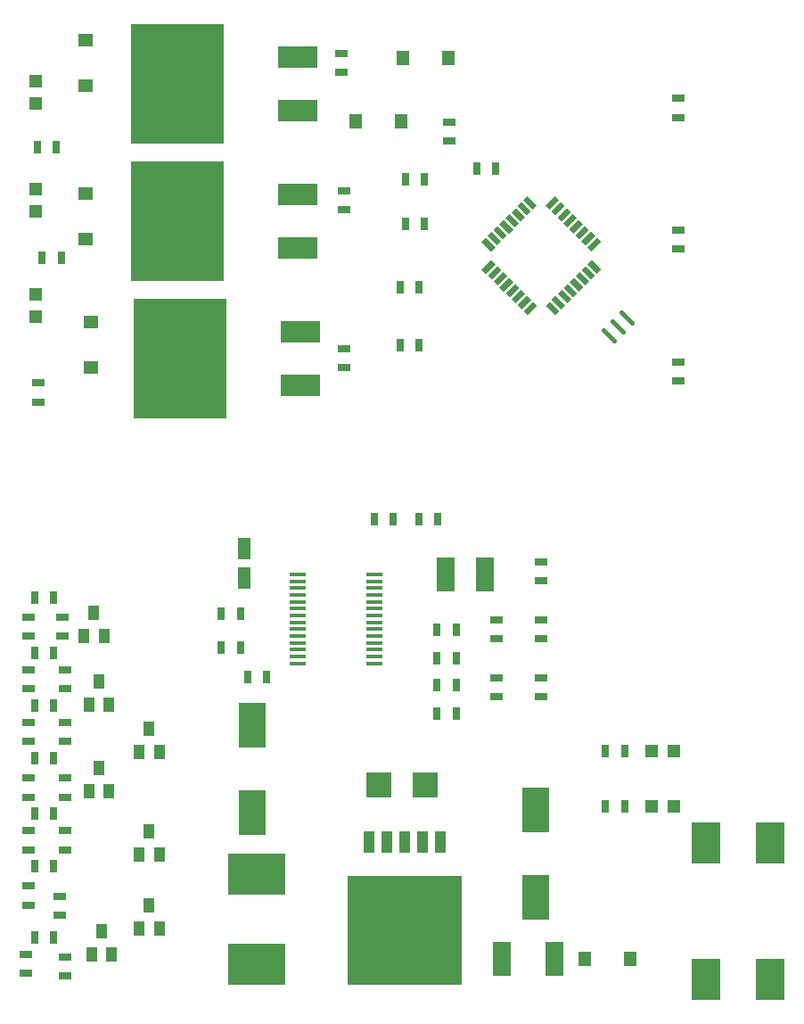
<source format=gbr>
G04 EAGLE Gerber RS-274X export*
G75*
%MOMM*%
%FSLAX34Y34*%
%LPD*%
%INSolderpaste Top*%
%IPPOS*%
%AMOC8*
5,1,8,0,0,1.08239X$1,22.5*%
G01*
%ADD10R,1.200000X1.200000*%
%ADD11R,1.270000X1.470000*%
%ADD12R,0.800000X1.200000*%
%ADD13R,1.780000X3.200000*%
%ADD14R,2.800000X2.400000*%
%ADD15R,2.799081X1.485900*%
%ADD16R,1.200000X0.800000*%
%ADD17R,1.470000X1.270000*%
%ADD18R,3.810000X2.082800*%
%ADD19R,8.890000X11.430000*%
%ADD20R,1.500000X0.400000*%
%ADD21R,1.700000X3.300000*%
%ADD22R,1.200000X2.000000*%
%ADD23R,1.270000X0.558800*%
%ADD24R,0.558800X1.270000*%
%ADD25C,0.450000*%
%ADD26R,2.500000X4.300000*%
%ADD27R,5.500000X4.000000*%
%ADD28R,10.800000X10.410000*%
%ADD29R,1.066800X2.159000*%
%ADD30R,2.400000X2.400000*%
%ADD31R,1.000000X1.400000*%


D10*
X728000Y200000D03*
X707000Y200000D03*
D11*
X686500Y55000D03*
X643500Y55000D03*
D12*
X681500Y200000D03*
X663500Y200000D03*
D13*
X614900Y55000D03*
X565100Y55000D03*
D14*
X820000Y43000D03*
X820000Y157000D03*
X759000Y43000D03*
X759000Y157000D03*
D15*
X820000Y176391D03*
X758989Y176416D03*
X758989Y23610D03*
X820000Y23610D03*
D16*
X412500Y914000D03*
X412500Y896000D03*
D17*
X170000Y883500D03*
X170000Y926500D03*
D18*
X371400Y859600D03*
X371400Y910400D03*
D19*
X257100Y885000D03*
D16*
X732500Y621500D03*
X732500Y603500D03*
X732500Y746500D03*
X732500Y728500D03*
X415000Y784000D03*
X415000Y766000D03*
D17*
X170000Y738500D03*
X170000Y781500D03*
D18*
X371400Y729600D03*
X371400Y780400D03*
D19*
X257100Y755000D03*
D16*
X415000Y634000D03*
X415000Y616000D03*
D17*
X175000Y616000D03*
X175000Y659000D03*
D18*
X373900Y599600D03*
X373900Y650400D03*
D19*
X259600Y625000D03*
D16*
X732500Y871500D03*
X732500Y853500D03*
X115000Y361000D03*
X115000Y379000D03*
X115000Y311000D03*
X115000Y329000D03*
X115000Y261000D03*
X115000Y279000D03*
D20*
X371250Y419750D03*
X371250Y413250D03*
X371250Y406750D03*
X371250Y400250D03*
X371250Y393750D03*
X371250Y387250D03*
X371250Y380750D03*
X371250Y374250D03*
X371250Y367750D03*
X371250Y361250D03*
X371250Y354750D03*
X371250Y348250D03*
X371250Y341750D03*
X371250Y335250D03*
X443750Y335250D03*
X443750Y341750D03*
X443750Y348250D03*
X443750Y354750D03*
X443750Y361250D03*
X443750Y367750D03*
X443750Y374250D03*
X443750Y380750D03*
X443750Y387250D03*
X443750Y393750D03*
X443750Y400250D03*
X443750Y406750D03*
X443750Y413250D03*
X443750Y419750D03*
D12*
X316500Y350000D03*
X298500Y350000D03*
X316500Y382500D03*
X298500Y382500D03*
X341500Y322500D03*
X323500Y322500D03*
D21*
X511500Y420000D03*
X548500Y420000D03*
D12*
X503500Y340000D03*
X521500Y340000D03*
X503500Y367500D03*
X521500Y367500D03*
D16*
X560000Y358500D03*
X560000Y376500D03*
X602500Y358500D03*
X602500Y376500D03*
X602500Y303500D03*
X602500Y321500D03*
X560000Y303500D03*
X560000Y321500D03*
D12*
X521500Y315000D03*
X503500Y315000D03*
D16*
X602500Y431500D03*
X602500Y413500D03*
D12*
X521500Y287500D03*
X503500Y287500D03*
D22*
X320000Y416000D03*
X320000Y444000D03*
D12*
X504000Y472500D03*
X486000Y472500D03*
X461500Y472500D03*
X443500Y472500D03*
D16*
X515000Y831000D03*
X515000Y849000D03*
D12*
X473500Y795000D03*
X491500Y795000D03*
X473500Y752500D03*
X491500Y752500D03*
X663500Y252500D03*
X681500Y252500D03*
D10*
X728000Y252500D03*
X707000Y252500D03*
D23*
G36*
X610540Y678813D02*
X619519Y669834D01*
X615568Y665883D01*
X606589Y674862D01*
X610540Y678813D01*
G37*
G36*
X616197Y684470D02*
X625176Y675491D01*
X621225Y671540D01*
X612246Y680519D01*
X616197Y684470D01*
G37*
G36*
X621854Y690126D02*
X630833Y681147D01*
X626882Y677196D01*
X617903Y686175D01*
X621854Y690126D01*
G37*
G36*
X627511Y695783D02*
X636490Y686804D01*
X632539Y682853D01*
X623560Y691832D01*
X627511Y695783D01*
G37*
G36*
X633168Y701440D02*
X642147Y692461D01*
X638196Y688510D01*
X629217Y697489D01*
X633168Y701440D01*
G37*
G36*
X638825Y707097D02*
X647804Y698118D01*
X643853Y694167D01*
X634874Y703146D01*
X638825Y707097D01*
G37*
G36*
X644481Y712754D02*
X653460Y703775D01*
X649509Y699824D01*
X640530Y708803D01*
X644481Y712754D01*
G37*
G36*
X650138Y718411D02*
X659117Y709432D01*
X655166Y705481D01*
X646187Y714460D01*
X650138Y718411D01*
G37*
D24*
G36*
X655166Y739519D02*
X659117Y735568D01*
X650138Y726589D01*
X646187Y730540D01*
X655166Y739519D01*
G37*
G36*
X649509Y745176D02*
X653460Y741225D01*
X644481Y732246D01*
X640530Y736197D01*
X649509Y745176D01*
G37*
G36*
X643853Y750833D02*
X647804Y746882D01*
X638825Y737903D01*
X634874Y741854D01*
X643853Y750833D01*
G37*
G36*
X638196Y756490D02*
X642147Y752539D01*
X633168Y743560D01*
X629217Y747511D01*
X638196Y756490D01*
G37*
G36*
X632539Y762147D02*
X636490Y758196D01*
X627511Y749217D01*
X623560Y753168D01*
X632539Y762147D01*
G37*
G36*
X626882Y767804D02*
X630833Y763853D01*
X621854Y754874D01*
X617903Y758825D01*
X626882Y767804D01*
G37*
G36*
X621225Y773460D02*
X625176Y769509D01*
X616197Y760530D01*
X612246Y764481D01*
X621225Y773460D01*
G37*
G36*
X615568Y779117D02*
X619519Y775166D01*
X610540Y766187D01*
X606589Y770138D01*
X615568Y779117D01*
G37*
D23*
G36*
X589432Y779117D02*
X598411Y770138D01*
X594460Y766187D01*
X585481Y775166D01*
X589432Y779117D01*
G37*
G36*
X583775Y773460D02*
X592754Y764481D01*
X588803Y760530D01*
X579824Y769509D01*
X583775Y773460D01*
G37*
G36*
X578118Y767804D02*
X587097Y758825D01*
X583146Y754874D01*
X574167Y763853D01*
X578118Y767804D01*
G37*
G36*
X572461Y762147D02*
X581440Y753168D01*
X577489Y749217D01*
X568510Y758196D01*
X572461Y762147D01*
G37*
G36*
X566804Y756490D02*
X575783Y747511D01*
X571832Y743560D01*
X562853Y752539D01*
X566804Y756490D01*
G37*
G36*
X561147Y750833D02*
X570126Y741854D01*
X566175Y737903D01*
X557196Y746882D01*
X561147Y750833D01*
G37*
G36*
X555491Y745176D02*
X564470Y736197D01*
X560519Y732246D01*
X551540Y741225D01*
X555491Y745176D01*
G37*
G36*
X549834Y739519D02*
X558813Y730540D01*
X554862Y726589D01*
X545883Y735568D01*
X549834Y739519D01*
G37*
D24*
G36*
X554862Y718411D02*
X558813Y714460D01*
X549834Y705481D01*
X545883Y709432D01*
X554862Y718411D01*
G37*
G36*
X560519Y712754D02*
X564470Y708803D01*
X555491Y699824D01*
X551540Y703775D01*
X560519Y712754D01*
G37*
G36*
X566175Y707097D02*
X570126Y703146D01*
X561147Y694167D01*
X557196Y698118D01*
X566175Y707097D01*
G37*
G36*
X571832Y701440D02*
X575783Y697489D01*
X566804Y688510D01*
X562853Y692461D01*
X571832Y701440D01*
G37*
G36*
X577489Y695783D02*
X581440Y691832D01*
X572461Y682853D01*
X568510Y686804D01*
X577489Y695783D01*
G37*
G36*
X583146Y690126D02*
X587097Y686175D01*
X578118Y677196D01*
X574167Y681147D01*
X583146Y690126D01*
G37*
G36*
X588803Y684470D02*
X592754Y680519D01*
X583775Y671540D01*
X579824Y675491D01*
X588803Y684470D01*
G37*
G36*
X594460Y678813D02*
X598411Y674862D01*
X589432Y665883D01*
X585481Y669834D01*
X594460Y678813D01*
G37*
D12*
X559000Y805000D03*
X541000Y805000D03*
X486500Y692500D03*
X468500Y692500D03*
D25*
X661371Y651659D02*
X671659Y641371D01*
X680144Y649856D02*
X669856Y660144D01*
X678341Y668629D02*
X688629Y658341D01*
D12*
X486500Y637500D03*
X468500Y637500D03*
D26*
X327500Y193500D03*
X327500Y276500D03*
X597500Y113500D03*
X597500Y196500D03*
D27*
X332500Y135000D03*
X332500Y50000D03*
D28*
X472500Y82100D03*
D29*
X506536Y165412D03*
X489518Y165412D03*
X472500Y165412D03*
X455482Y165412D03*
X438464Y165412D03*
D30*
X492000Y220000D03*
X448000Y220000D03*
D16*
X115000Y208500D03*
X115000Y226500D03*
X115000Y158500D03*
X115000Y176500D03*
X115000Y106000D03*
X115000Y124000D03*
X112500Y41000D03*
X112500Y59000D03*
D11*
X514000Y910000D03*
X471000Y910000D03*
D16*
X125000Y601500D03*
X125000Y583500D03*
D10*
X122500Y685500D03*
X122500Y664500D03*
D12*
X123500Y825000D03*
X141500Y825000D03*
D10*
X122500Y888000D03*
X122500Y867000D03*
D12*
X128500Y720000D03*
X146500Y720000D03*
D10*
X122500Y785500D03*
X122500Y764500D03*
D11*
X469000Y850000D03*
X426000Y850000D03*
D12*
X139000Y397500D03*
X121000Y397500D03*
D16*
X147500Y379000D03*
X147500Y361000D03*
D31*
X177500Y383500D03*
X187000Y361500D03*
X168000Y361500D03*
D12*
X139000Y345000D03*
X121000Y345000D03*
D16*
X150000Y329000D03*
X150000Y311000D03*
D31*
X182500Y318500D03*
X192000Y296500D03*
X173000Y296500D03*
D12*
X139000Y295000D03*
X121000Y295000D03*
D16*
X150000Y279000D03*
X150000Y261000D03*
D31*
X230000Y273500D03*
X239500Y251500D03*
X220500Y251500D03*
D12*
X139000Y245000D03*
X121000Y245000D03*
D16*
X150000Y226500D03*
X150000Y208500D03*
D31*
X182500Y236000D03*
X192000Y214000D03*
X173000Y214000D03*
D12*
X139000Y192500D03*
X121000Y192500D03*
D16*
X150000Y176500D03*
X150000Y158500D03*
D31*
X230000Y176000D03*
X239500Y154000D03*
X220500Y154000D03*
D12*
X139000Y142500D03*
X121000Y142500D03*
D16*
X145000Y114000D03*
X145000Y96000D03*
D31*
X230000Y106000D03*
X239500Y84000D03*
X220500Y84000D03*
D12*
X139000Y75000D03*
X121000Y75000D03*
D16*
X150000Y56500D03*
X150000Y38500D03*
D31*
X185000Y81000D03*
X194500Y59000D03*
X175500Y59000D03*
M02*

</source>
